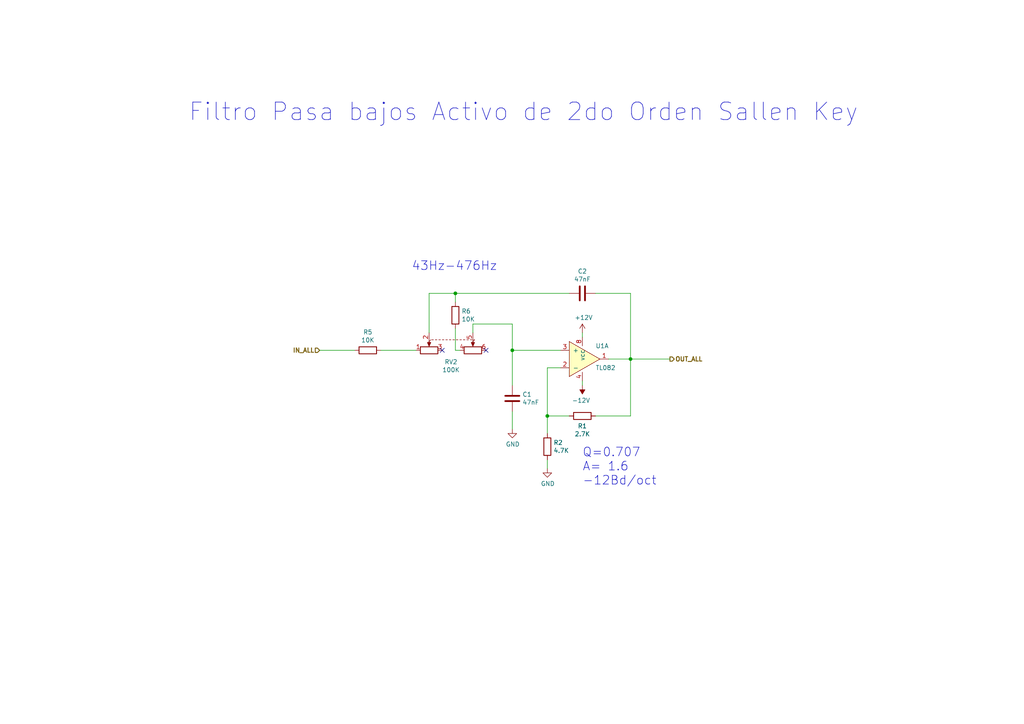
<source format=kicad_sch>
(kicad_sch (version 20210621) (generator eeschema)
  (paper "A4")
  (title_block (title "Filtro pasa bajos Ajustable 30Hz a 338Hz") (date "2021-07-11") (rev "v1.0.0") (company "https://maykolrey.com"))
  (lib_symbols
    (symbol "Device:C" (pin_numbers hide) (pin_names (offset 0.254))
      (property "Reference" "C" (at 0.635 2.54 0))
      (property "Value" "C" (at 0.635 -2.54 0))
      (symbol "C_0_1"
        (polyline (pts (xy -2.032 -0.762) (xy 2.032 -0.762)) (stroke (width 0.508)))
        (polyline (pts (xy -2.032 0.762) (xy 2.032 0.762)) (stroke (width 0.508)))
      )
      (symbol "C_1_1"
        (pin passive line (at 0 3.81 270) (length 2.794) (name "~") (number "1"))
        (pin passive line (at 0 -3.81 90) (length 2.794) (name "~") (number "2"))
      )
    )
    (symbol "Device:R" (pin_numbers hide) (pin_names (offset 0))
      (property "Reference" "R" (at 2.032 0 90))
      (property "Value" "R" (at 0 0 90))
      (symbol "R_0_1"
        (rectangle (start -1.016 -2.54) (end 1.016 2.54) (stroke (width 0.254)))
      )
      (symbol "R_1_1"
        (pin passive line (at 0 3.81 270) (length 1.27) (name "~") (number "1"))
        (pin passive line (at 0 -3.81 90) (length 1.27) (name "~") (number "2"))
      )
    )
    (symbol "Device:R_Potentiometer_Dual" (pin_names (offset 1.016) hide)
      (property "Reference" "RV" (at 0 3.81 0))
      (property "Value" "R_Potentiometer_Dual" (at 0 1.905 0))
      (symbol "R_Potentiometer_Dual_0_1"
        (rectangle (start -8.89 -1.524) (end -3.81 -3.556) (stroke (width 0.254)))
        (polyline (pts (xy -6.35 0) (xy -6.35 -1.016)))
        (polyline (pts (xy -6.35 0) (xy -6.35 -1.016)))
        (polyline (pts (xy -6.35 0) (xy -5.842 0.508)))
        (polyline (pts (xy -5.588 0.508) (xy -5.08 0.508)))
        (polyline (pts (xy -4.572 0.508) (xy -4.064 0.508)))
        (polyline (pts (xy -3.556 0.508) (xy -3.048 0.508)))
        (polyline (pts (xy -2.54 0.508) (xy -2.032 0.508)))
        (polyline (pts (xy -1.524 0.508) (xy -1.016 0.508)))
        (polyline (pts (xy -0.508 0.508) (xy 0 0.508)))
        (polyline (pts (xy 0.508 0.508) (xy 1.016 0.508)))
        (polyline (pts (xy 1.524 0.508) (xy 2.032 0.508)))
        (polyline (pts (xy 2.54 0.508) (xy 3.048 0.508)))
        (polyline (pts (xy 3.556 0.508) (xy 4.064 0.508)))
        (polyline (pts (xy 4.572 0.508) (xy 5.08 0.508)))
        (polyline (pts (xy 5.588 0.508) (xy 6.096 0.508)))
        (polyline (pts (xy 6.35 0) (xy 6.35 -1.016)))
        (polyline (pts (xy 6.35 0) (xy 6.35 -1.016)))
        (polyline (pts (xy 6.604 0.508) (xy 6.858 0.508) (xy 6.35 0)))
        (polyline (pts (xy -6.35 -1.397) (xy -6.858 -0.254) (xy -5.842 -0.254) (xy -6.35 -1.397)) (fill (type outline)))
        (polyline (pts (xy 6.35 -1.397) (xy 5.842 -0.254) (xy 6.858 -0.254) (xy 6.35 -1.397)) (fill (type outline)))
        (rectangle (start 3.81 -1.524) (end 8.89 -3.556) (stroke (width 0.254)))
      )
      (symbol "R_Potentiometer_Dual_1_1"
        (pin passive line (at -10.16 -2.54 0) (length 1.27) (name "1") (number "1"))
        (pin passive line (at -6.35 2.54 270) (length 2.54) (name "2") (number "2"))
        (pin passive line (at -2.54 -2.54 180) (length 1.27) (name "3") (number "3"))
        (pin passive line (at 2.54 -2.54 0) (length 1.27) (name "4") (number "4"))
        (pin passive line (at 6.35 2.54 270) (length 2.54) (name "5") (number "5"))
        (pin passive line (at 10.16 -2.54 180) (length 1.27) (name "6") (number "6"))
      )
    )
    (symbol "MSS_Operational-Amplifier:TL082" (pin_names (offset 1.016))
      (property "Reference" "U" (at 2.54 -2.54 0))
      (property "Value" "TL082" (at 3.81 5.08 0))
      (symbol "TL082_0_0"
        (pin input line (at 0 -6.35 90) (length 2.54) (name "~") (number "4"))
        (pin input line (at 0 6.35 270) (length 2.54) (name "vcc") (number "8"))
      )
      (symbol "TL082_0_1"
        (polyline (pts (xy -3.81 5.08) (xy -3.81 -5.08) (xy 5.08 0) (xy -3.81 5.08)) (fill (type background)))
      )
      (symbol "TL082_1_1"
        (pin output line (at 7.62 0 180) (length 2.54) (name "~") (number "1"))
        (pin input line (at -6.35 -2.54 0) (length 2.54) (name "-") (number "2"))
        (pin input line (at -6.35 2.54 0) (length 2.54) (name "+") (number "3"))
      )
      (symbol "TL082_2_1"
        (pin input line (at -6.35 2.54 0) (length 2.54) (name "+") (number "5"))
        (pin input line (at -6.35 -2.54 0) (length 2.54) (name "-") (number "6"))
        (pin output line (at 7.62 0 180) (length 2.54) (name "~") (number "7"))
      )
    )
    (symbol "power:+12V" (power) (pin_names (offset 0))
      (property "Value" "+12V" (at 0 3.556 0))
      (symbol "+12V_0_1"
        (polyline (pts (xy -0.762 1.27) (xy 0 2.54)))
        (polyline (pts (xy 0 0) (xy 0 2.54)))
        (polyline (pts (xy 0 2.54) (xy 0.762 1.27)))
      )
      (symbol "+12V_1_1"
        (pin power_in line (at 0 0 90) (length 0) hide (name "+12V") (number "1"))
      )
    )
    (symbol "power:-12V" (power) (pin_names (offset 0))
      (property "Value" "-12V" (at 0 3.81 0))
      (symbol "-12V_0_0"
        (pin power_in line (at 0 0 90) (length 0) hide (name "-12V") (number "1"))
      )
      (symbol "-12V_0_1"
        (polyline (pts (xy 0 0) (xy 0 1.27) (xy 0.762 1.27) (xy 0 2.54) (xy -0.762 1.27) (xy 0 1.27)) (fill (type outline)))
      )
    )
    (symbol "power:GND" (power) (pin_names (offset 0))
      (property "Value" "GND" (at 0 -3.81 0))
      (symbol "GND_0_1"
        (polyline (pts (xy 0 0) (xy 0 -1.27) (xy 1.27 -1.27) (xy 0 -2.54) (xy -1.27 -1.27) (xy 0 -1.27)))
      )
      (symbol "GND_1_1"
        (pin power_in line (at 0 0 270) (length 0) hide (name "GND") (number "1"))
      )
    )
  )
  (junction (at 132.08 85.09))
  (junction (at 148.59 101.6))
  (junction (at 158.75 120.65))
  (junction (at 182.88 104.14))
  (no_connect (at 128.27 101.6))
  (no_connect (at 140.97 101.6))
  (wire (pts (xy 102.87 101.6) (xy 92.71 101.6)))
  (wire (pts (xy 120.65 101.6) (xy 110.49 101.6)))
  (wire (pts (xy 124.46 85.09) (xy 124.46 96.52)))
  (wire (pts (xy 124.46 85.09) (xy 132.08 85.09)))
  (wire (pts (xy 132.08 87.63) (xy 132.08 85.09)))
  (wire (pts (xy 132.08 95.25) (xy 132.08 101.6)))
  (wire (pts (xy 133.35 101.6) (xy 132.08 101.6)))
  (wire (pts (xy 137.16 93.98) (xy 137.16 96.52)))
  (wire (pts (xy 148.59 93.98) (xy 137.16 93.98)))
  (wire (pts (xy 148.59 93.98) (xy 148.59 101.6)))
  (wire (pts (xy 148.59 101.6) (xy 148.59 111.76)))
  (wire (pts (xy 148.59 101.6) (xy 162.56 101.6)))
  (wire (pts (xy 148.59 119.38) (xy 148.59 124.46)))
  (wire (pts (xy 158.75 106.68) (xy 162.56 106.68)))
  (wire (pts (xy 158.75 120.65) (xy 158.75 106.68)))
  (wire (pts (xy 158.75 125.73) (xy 158.75 120.65)))
  (wire (pts (xy 158.75 135.89) (xy 158.75 133.35)))
  (wire (pts (xy 165.1 85.09) (xy 132.08 85.09)))
  (wire (pts (xy 165.1 120.65) (xy 158.75 120.65)))
  (wire (pts (xy 168.91 96.52) (xy 168.91 97.79)))
  (wire (pts (xy 168.91 111.76) (xy 168.91 110.49)))
  (wire (pts (xy 172.72 85.09) (xy 182.88 85.09)))
  (wire (pts (xy 172.72 120.65) (xy 182.88 120.65)))
  (wire (pts (xy 182.88 85.09) (xy 182.88 104.14)))
  (wire (pts (xy 182.88 104.14) (xy 176.53 104.14)))
  (wire (pts (xy 182.88 120.65) (xy 182.88 104.14)))
  (wire (pts (xy 194.31 104.14) (xy 182.88 104.14)))
  (text "Filtro Pasa bajos Activo de 2do Orden Sallen Key" (at 54.61 35.56 0) (effects (font (size 5.08 5.08)) (justify left bottom)))
  (text "43Hz-476Hz" (at 119.38 78.74 0) (effects (font (size 2.54 2.54)) (justify left bottom)))
  (text "Q=0.707\nA= 1.6\n-12Bd/oct" (at 168.91 140.97 0) (effects (font (size 2.54 2.54)) (justify left bottom)))
  (hierarchical_label "IN_ALL" (shape input) (at 92.71 101.6 180) (effects (font bold)))
  (hierarchical_label "OUT_ALL" (shape output) (at 194.31 104.14 0) (effects (font bold)))
  (symbol (lib_id "power:+12V") (at 168.91 96.52 0) (unit 1)
    (property "Reference" "#PWR0106" (effects hide))
    (property "Value" "+12V" (at 169.291 92.1258 0))
  )
  (symbol (lib_id "power:-12V") (at 168.91 111.76 180) (unit 1)
    (property "Reference" "#PWR0107" (effects hide))
    (property "Value" "-12V" (at 168.529 116.1542 0))
  )
  (symbol (lib_id "power:GND") (at 148.59 124.46 0) (unit 1)
    (property "Reference" "#PWR0102" (effects hide))
    (property "Value" "GND" (at 148.717 128.8542 0))
  )
  (symbol (lib_id "power:GND") (at 158.75 135.89 0) (unit 1)
    (property "Reference" "#PWR0101" (effects hide))
    (property "Value" "GND" (at 158.877 140.2842 0))
  )
  (symbol (lib_id "Device:R") (at 106.68 101.6 270) (unit 1)
    (property "Reference" "R5" (at 106.68 96.3422 90))
    (property "Value" "10K" (at 106.68 98.6536 90))
    (property "Footprint" "Resistor_THT:R_Axial_DIN0207_L6.3mm_D2.5mm_P10.16mm_Horizontal" (effects hide))
  )
  (symbol (lib_id "Device:R") (at 132.08 91.44 180) (unit 1)
    (property "Reference" "R6" (at 133.858 90.2716 0) (effects (justify right)))
    (property "Value" "10K" (at 133.858 92.583 0) (effects (justify right)))
    (property "Footprint" "Resistor_THT:R_Axial_DIN0207_L6.3mm_D2.5mm_P10.16mm_Horizontal" (effects hide))
  )
  (symbol (lib_id "Device:R") (at 158.75 129.54 0) (unit 1)
    (property "Reference" "R2" (at 160.528 128.3716 0) (effects (justify left)))
    (property "Value" "4.7K" (at 160.528 130.683 0) (effects (justify left)))
    (property "Footprint" "Resistor_THT:R_Axial_DIN0207_L6.3mm_D2.5mm_P10.16mm_Horizontal" (effects hide))
  )
  (symbol (lib_id "Device:R") (at 168.91 120.65 270) (unit 1)
    (property "Reference" "R1" (at 168.91 123.571 90))
    (property "Value" "2.7K" (at 168.91 125.8824 90))
    (property "Footprint" "Resistor_THT:R_Axial_DIN0207_L6.3mm_D2.5mm_P10.16mm_Horizontal" (effects hide))
  )
  (symbol (lib_id "Device:C") (at 148.59 115.57 180) (unit 1)
    (property "Reference" "C1" (at 151.511 114.4016 0) (effects (justify right)))
    (property "Value" "47nF" (at 151.511 116.713 0) (effects (justify right)))
    (property "Footprint" "Capacitor_THT:C_Disc_D4.3mm_W1.9mm_P5.00mm" (effects hide))
  )
  (symbol (lib_id "Device:C") (at 168.91 85.09 270) (unit 1)
    (property "Reference" "C2" (at 168.91 78.6892 90))
    (property "Value" "47nF" (at 168.91 81.0006 90))
    (property "Footprint" "Capacitor_THT:C_Disc_D4.3mm_W1.9mm_P5.00mm" (effects hide))
  )
  (symbol (lib_id "Device:R_Potentiometer_Dual") (at 130.81 99.06 0) (unit 1)
    (property "Reference" "RV2" (at 130.81 104.9782 0))
    (property "Value" "100K" (at 130.81 107.2896 0))
    (property "Footprint" "Potentiometer_THT:Potentiometer_Piher_T-16H_Double_Horizontal" (effects hide))
  )
  (symbol (lib_id "MSS_Operational-Amplifier:TL082") (at 168.91 104.14 0) (unit 1)
    (property "Reference" "U1" (at 172.72 100.33 0) (effects (justify left)))
    (property "Value" "TL082" (at 172.72 106.68 0) (effects (justify left)))
    (property "Footprint" "Package_DIP:DIP-8_W7.62mm_LongPads" (effects hide))
    (property "Datasheet" "https://www.ti.com/lit/ds/symlink/tl082-n.pdf" (effects hide))
  )
)
</source>
